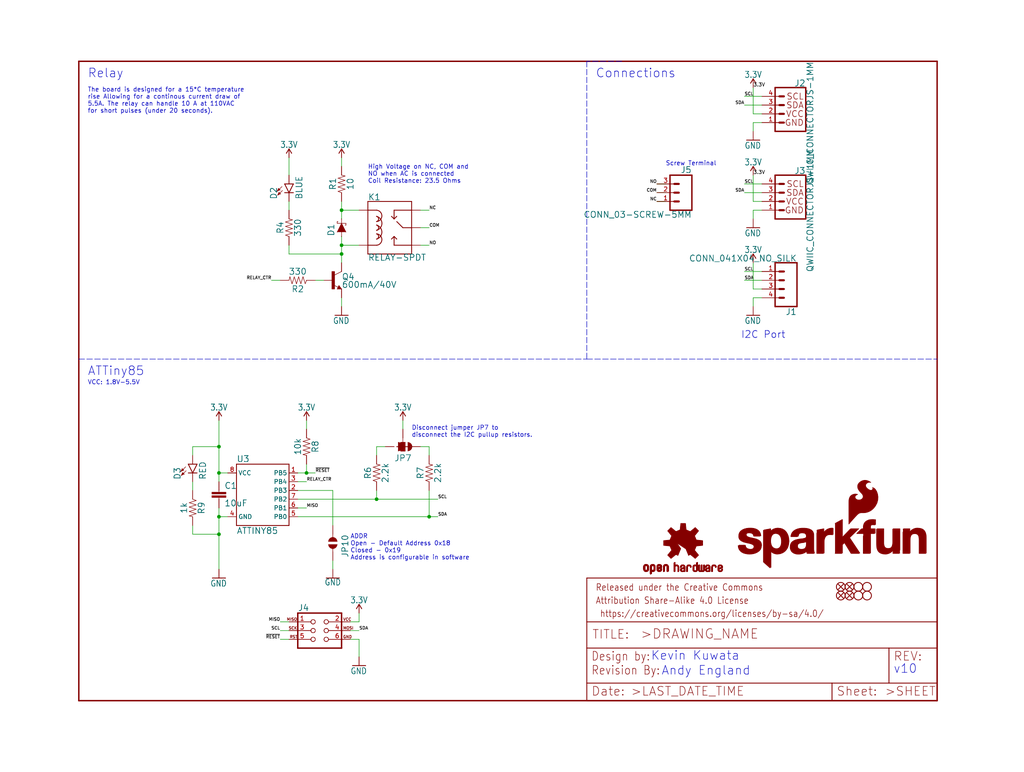
<source format=kicad_sch>
(kicad_sch (version 20211123) (generator eeschema)
  (paper "User" 297.002 223.926)
  (lib_symbols
    (symbol "schematicEagle-eagle-import:10KOHM-0603-1{slash}10W-1%"
      (property "Reference" "R" (at 0 1.524 0))
      (property "Value" "10KOHM-0603-1{slash}10W-1%" (at 0 -1.524 0))
      (symbol "10KOHM-0603-1{slash}10W-1%_1_0"
        (pin passive line (at -5.08 0 0) (length 2.54) (name "1") (number "1"))
        (pin passive line (at 5.08 0 180) (length 2.54) (name "2") (number "2"))
      )
    )
    (symbol "schematicEagle-eagle-import:10OHM-0603-1{slash}10W-5%"
      (property "Reference" "R" (at 0 1.524 0))
      (property "Value" "10OHM-0603-1{slash}10W-5%" (at 0 -1.524 0))
      (symbol "10OHM-0603-1{slash}10W-5%_1_0"
        (pin passive line (at -5.08 0 0) (length 2.54) (name "1") (number "1"))
        (pin passive line (at 5.08 0 180) (length 2.54) (name "2") (number "2"))
      )
    )
    (symbol "schematicEagle-eagle-import:10UF-0603-6.3V-20%"
      (property "Reference" "C" (at 1.524 2.921 0))
      (property "Value" "10UF-0603-6.3V-20%" (at 1.524 -2.159 0))
      (symbol "10UF-0603-6.3V-20%_1_0"
        (pin passive line (at 0 5.08 270) (length 2.54) (name "1") (number "1"))
        (pin passive line (at 0 -2.54 90) (length 2.54) (name "2") (number "2"))
      )
    )
    (symbol "schematicEagle-eagle-import:1KOHM-0603-1{slash}10W-1%"
      (property "Reference" "R" (at 0 1.524 0))
      (property "Value" "1KOHM-0603-1{slash}10W-1%" (at 0 -1.524 0))
      (symbol "1KOHM-0603-1{slash}10W-1%_1_0"
        (pin passive line (at -5.08 0 0) (length 2.54) (name "1") (number "1"))
        (pin passive line (at 5.08 0 180) (length 2.54) (name "2") (number "2"))
      )
    )
    (symbol "schematicEagle-eagle-import:2.2KOHM-0603-1{slash}10W-1%"
      (property "Reference" "R" (at 0 1.524 0))
      (property "Value" "2.2KOHM-0603-1{slash}10W-1%" (at 0 -1.524 0))
      (symbol "2.2KOHM-0603-1{slash}10W-1%_1_0"
        (pin passive line (at -5.08 0 0) (length 2.54) (name "1") (number "1"))
        (pin passive line (at 5.08 0 180) (length 2.54) (name "2") (number "2"))
      )
    )
    (symbol "schematicEagle-eagle-import:3.3V" (power)
      (property "Value" "3.3V" (at 0 2.794 0))
      (symbol "3.3V_1_0"
        (pin power_in line (at 0 0 90) (length 2.54) (name "3.3V") (number "1"))
      )
    )
    (symbol "schematicEagle-eagle-import:330OHM-0603-1{slash}10W-1%"
      (property "Reference" "R" (at 0 1.524 0))
      (property "Value" "330OHM-0603-1{slash}10W-1%" (at 0 -1.524 0))
      (symbol "330OHM-0603-1{slash}10W-1%_1_0"
        (pin passive line (at -5.08 0 0) (length 2.54) (name "1") (number "1"))
        (pin passive line (at 5.08 0 180) (length 2.54) (name "2") (number "2"))
      )
    )
    (symbol "schematicEagle-eagle-import:ATTINY85"
      (property "Reference" "U" (at -7.62 8.128 0))
      (property "Value" "ATTINY85" (at -7.62 -12.7 0))
      (symbol "ATTINY85_1_0"
        (pin bidirectional line (at 10.16 5.08 180) (length 2.54) (name "PB5") (number "1"))
        (pin bidirectional line (at 10.16 0 180) (length 2.54) (name "PB3") (number "2"))
        (pin bidirectional line (at 10.16 2.54 180) (length 2.54) (name "PB4") (number "3"))
        (pin bidirectional line (at -10.16 -7.62 0) (length 2.54) (name "GND") (number "4"))
        (pin bidirectional line (at 10.16 -7.62 180) (length 2.54) (name "PB0") (number "5"))
        (pin bidirectional line (at 10.16 -5.08 180) (length 2.54) (name "PB1") (number "6"))
        (pin bidirectional line (at 10.16 -2.54 180) (length 2.54) (name "PB2") (number "7"))
        (pin bidirectional line (at -10.16 5.08 0) (length 2.54) (name "VCC") (number "8"))
      )
    )
    (symbol "schematicEagle-eagle-import:AVR_SPI_PROG_3X2TESTPOINTS"
      (property "Reference" "J" (at -5.08 5.588 0))
      (property "Value" "AVR_SPI_PROG_3X2TESTPOINTS" (at -5.08 -7.366 0))
      (symbol "AVR_SPI_PROG_3X2TESTPOINTS_1_0"
        (text "GND" (at 8.001 -2.286 0) (effects (font (size 0.8128 0.8128)) (justify left bottom)))
        (text "MISO" (at -5.207 2.794 0) (effects (font (size 0.8128 0.8128)) (justify right bottom)))
        (text "MOSI" (at 8.001 0.254 0) (effects (font (size 0.8128 0.8128)) (justify left bottom)))
        (text "RST" (at -5.08 -2.286 0) (effects (font (size 0.8128 0.8128)) (justify right bottom)))
        (text "SCK" (at -5.207 0.254 0) (effects (font (size 0.8128 0.8128)) (justify right bottom)))
        (text "VCC" (at 8.001 2.794 0) (effects (font (size 0.8128 0.8128)) (justify left bottom)))
        (pin passive inverted (at -7.62 2.54 0) (length 7.62) (name "1") (number "1"))
        (pin passive inverted (at 10.16 2.54 180) (length 7.62) (name "2") (number "2"))
        (pin passive inverted (at -7.62 0 0) (length 7.62) (name "3") (number "3"))
        (pin passive inverted (at 10.16 0 180) (length 7.62) (name "4") (number "4"))
        (pin passive inverted (at -7.62 -2.54 0) (length 7.62) (name "5") (number "5"))
        (pin passive inverted (at 10.16 -2.54 180) (length 7.62) (name "6") (number "6"))
      )
    )
    (symbol "schematicEagle-eagle-import:CONN_03-SCREW-5MM"
      (property "Reference" "J" (at -2.54 5.588 0))
      (property "Value" "CONN_03-SCREW-5MM" (at -2.54 -7.366 0))
      (symbol "CONN_03-SCREW-5MM_1_0"
        (pin passive line (at 7.62 -2.54 180) (length 5.08) (name "1") (number "1"))
        (pin passive line (at 7.62 0 180) (length 5.08) (name "2") (number "2"))
        (pin passive line (at 7.62 2.54 180) (length 5.08) (name "3") (number "3"))
      )
    )
    (symbol "schematicEagle-eagle-import:CONN_041X04_NO_SILK"
      (property "Reference" "J" (at -5.08 8.128 0))
      (property "Value" "CONN_041X04_NO_SILK" (at -5.08 -7.366 0))
      (symbol "CONN_041X04_NO_SILK_1_0"
        (pin passive line (at 5.08 -2.54 180) (length 5.08) (name "1") (number "1"))
        (pin passive line (at 5.08 0 180) (length 5.08) (name "2") (number "2"))
        (pin passive line (at 5.08 2.54 180) (length 5.08) (name "3") (number "3"))
        (pin passive line (at 5.08 5.08 180) (length 5.08) (name "4") (number "4"))
      )
    )
    (symbol "schematicEagle-eagle-import:DIODE-SCHOTTKY-BAT20J"
      (property "Reference" "D" (at -2.54 2.032 0))
      (property "Value" "DIODE-SCHOTTKY-BAT20J" (at -2.54 -2.032 0))
      (symbol "DIODE-SCHOTTKY-BAT20J_1_0"
        (pin passive line (at -2.54 0 0) (length 0) (name "A") (number "A"))
        (pin passive line (at 2.54 0 180) (length 0) (name "C") (number "C"))
      )
    )
    (symbol "schematicEagle-eagle-import:FIDUCIALUFIDUCIAL")
    (symbol "schematicEagle-eagle-import:FRAME-LETTER"
      (symbol "FRAME-LETTER_2_0"
        (text " https://creativecommons.org/licenses/by-sa/4.0/" (at 2.54 24.13 0) (effects (font (size 1.9304 1.6408)) (justify left bottom)))
        (text ">DRAWING_NAME" (at 15.494 17.78 0) (effects (font (size 2.7432 2.7432)) (justify left bottom)))
        (text ">LAST_DATE_TIME" (at 12.7 1.27 0) (effects (font (size 2.54 2.54)) (justify left bottom)))
        (text ">SHEET" (at 86.36 1.27 0) (effects (font (size 2.54 2.54)) (justify left bottom)))
        (text "Attribution Share-Alike 4.0 License" (at 2.54 27.94 0) (effects (font (size 1.9304 1.6408)) (justify left bottom)))
        (text "Date:" (at 1.27 1.27 0) (effects (font (size 2.54 2.54)) (justify left bottom)))
        (text "Design by:" (at 1.27 11.43 0) (effects (font (size 2.54 2.159)) (justify left bottom)))
        (text "Released under the Creative Commons" (at 2.54 31.75 0) (effects (font (size 1.9304 1.6408)) (justify left bottom)))
        (text "REV:" (at 88.9 11.43 0) (effects (font (size 2.54 2.54)) (justify left bottom)))
        (text "Sheet:" (at 72.39 1.27 0) (effects (font (size 2.54 2.54)) (justify left bottom)))
        (text "TITLE:" (at 1.524 17.78 0) (effects (font (size 2.54 2.54)) (justify left bottom)))
      )
    )
    (symbol "schematicEagle-eagle-import:GND" (power)
      (property "Value" "GND" (at -2.54 -2.54 0))
      (symbol "GND_1_0"
        (pin power_in line (at 0 2.54 270) (length 2.54) (name "GND") (number "1"))
      )
    )
    (symbol "schematicEagle-eagle-import:JUMPER-SMT_2_NO_NO-SILK"
      (property "Reference" "JP" (at -2.54 2.54 0))
      (property "Value" "JUMPER-SMT_2_NO_NO-SILK" (at -2.54 -2.54 0))
      (symbol "JUMPER-SMT_2_NO_NO-SILK_1_0"
        (pin passive line (at -5.08 0 0) (length 2.54) (name "1") (number "1"))
        (pin passive line (at 5.08 0 180) (length 2.54) (name "2") (number "2"))
      )
    )
    (symbol "schematicEagle-eagle-import:JUMPER-SMT_3_2-NC_TRACE_NO-SILK"
      (property "Reference" "JP" (at 2.54 0.381 0))
      (property "Value" "JUMPER-SMT_3_2-NC_TRACE_NO-SILK" (at 2.54 -0.381 0))
      (symbol "JUMPER-SMT_3_2-NC_TRACE_NO-SILK_1_0"
        (pin passive line (at 0 5.08 270) (length 2.54) (name "1") (number "1"))
        (pin passive line (at -5.08 0 0) (length 2.54) (name "2") (number "2"))
        (pin passive line (at 0 -5.08 90) (length 2.54) (name "3") (number "3"))
      )
    )
    (symbol "schematicEagle-eagle-import:LED-BLUE0603"
      (property "Reference" "D" (at -3.429 -4.572 90))
      (property "Value" "LED-BLUE0603" (at 1.905 -4.572 90))
      (symbol "LED-BLUE0603_1_0"
        (pin passive line (at 0 2.54 270) (length 2.54) (name "A") (number "A"))
        (pin passive line (at 0 -5.08 90) (length 2.54) (name "C") (number "C"))
      )
    )
    (symbol "schematicEagle-eagle-import:LED-RED0603"
      (property "Reference" "D" (at -3.429 -4.572 90))
      (property "Value" "LED-RED0603" (at 1.905 -4.572 90))
      (symbol "LED-RED0603_1_0"
        (pin passive line (at 0 2.54 270) (length 2.54) (name "A") (number "A"))
        (pin passive line (at 0 -5.08 90) (length 2.54) (name "C") (number "C"))
      )
    )
    (symbol "schematicEagle-eagle-import:OSHW-LOGOMINI")
    (symbol "schematicEagle-eagle-import:QWIIC_CONNECTORJS-1MM"
      (property "Reference" "J" (at -5.08 7.874 0))
      (property "Value" "QWIIC_CONNECTORJS-1MM" (at -5.08 -5.334 0))
      (symbol "QWIIC_CONNECTORJS-1MM_1_0"
        (text "GND" (at -4.572 -2.54 0) (effects (font (size 1.778 1.778)) (justify left)))
        (text "SCL" (at -4.572 5.08 0) (effects (font (size 1.778 1.778)) (justify left)))
        (text "SDA" (at -4.572 2.54 0) (effects (font (size 1.778 1.778)) (justify left)))
        (text "VCC" (at -4.572 0 0) (effects (font (size 1.778 1.778)) (justify left)))
        (pin power_in line (at 7.62 -2.54 180) (length 5.08) (name "1") (number "1"))
        (pin power_in line (at 7.62 0 180) (length 5.08) (name "2") (number "2"))
        (pin passive line (at 7.62 2.54 180) (length 5.08) (name "3") (number "3"))
        (pin passive line (at 7.62 5.08 180) (length 5.08) (name "4") (number "4"))
      )
    )
    (symbol "schematicEagle-eagle-import:RELAY-SPDT"
      (property "Reference" "K" (at -7.62 7.874 0))
      (property "Value" "RELAY-SPDT" (at -7.62 -9.652 0))
      (symbol "RELAY-SPDT_1_0"
        (pin bidirectional line (at 7.62 0 180) (length 2.54) (name "MAIN") (number "1"))
        (pin bidirectional line (at -10.16 5.08 0) (length 2.54) (name "COIL1") (number "2"))
        (pin bidirectional line (at 7.62 -5.08 180) (length 2.54) (name "NO") (number "3"))
        (pin bidirectional line (at 7.62 5.08 180) (length 2.54) (name "NC") (number "4"))
        (pin bidirectional line (at -10.16 -5.08 0) (length 2.54) (name "COIL2") (number "5"))
      )
    )
    (symbol "schematicEagle-eagle-import:REVISION"
      (symbol "REVISION_1_0"
        (text "Revision By: " (at 0 0 0) (effects (font (size 2.54 2.159)) (justify left bottom)))
      )
    )
    (symbol "schematicEagle-eagle-import:SFE_LOGO_NAME.1_INCH")
    (symbol "schematicEagle-eagle-import:SFE_LOGO_NAME_FLAME.1_INCH")
    (symbol "schematicEagle-eagle-import:STAND-OFF")
    (symbol "schematicEagle-eagle-import:TRANS_NPN-MMBT2222AL"
      (property "Reference" "Q" (at 2.54 0 0))
      (property "Value" "TRANS_NPN-MMBT2222AL" (at 2.54 -2.286 0))
      (symbol "TRANS_NPN-MMBT2222AL_1_0"
        (pin passive line (at -2.54 0 0) (length 2.54) (name "B") (number "1"))
        (pin passive line (at 2.54 -5.08 90) (length 2.54) (name "E") (number "2"))
        (pin passive line (at 2.54 5.08 270) (length 2.54) (name "C") (number "3"))
      )
    )
    (symbol "schematicEagle-eagle-import:VCC" (power)
      (property "Value" "VCC" (at 0 2.794 0))
      (symbol "VCC_1_0"
        (pin power_in line (at 0 0 90) (length 2.54) (name "VCC") (number "1"))
      )
    )
  )
  (junction (at 88.9 137.16))
  (junction (at 63.5 137.16))
  (junction (at 63.5 129.54))
  (junction (at 63.5 149.86))
  (junction (at 109.22 144.78))
  (junction (at 99.06 71.12))
  (junction (at 99.06 60.96))
  (junction (at 124.46 149.86))
  (junction (at 63.5 154.94))
  (junction (at 99.06 73.66))
  (wire (pts (xy 99.06 71.12) (xy 99.06 68.58)))
  (wire (pts (xy 55.88 139.7) (xy 55.88 142.24)))
  (wire (pts (xy 218.44 60.96) (xy 218.44 63.5)))
  (wire (pts (xy 220.98 35.56) (xy 218.44 35.56)))
  (wire (pts (xy 218.44 58.42) (xy 220.98 58.42)))
  (wire (pts (xy 63.5 149.86) (xy 63.5 154.94)))
  (wire (pts (xy 83.82 182.88) (xy 81.28 182.88)))
  (wire (pts (xy 93.98 81.28) (xy 91.44 81.28)))
  (wire (pts (xy 63.5 147.32) (xy 63.5 149.86)))
  (wire (pts (xy 109.22 129.54) (xy 111.76 129.54)))
  (wire (pts (xy 86.36 137.16) (xy 88.9 137.16)))
  (polyline (pts (xy 180.34 17.78) (xy 170.18 17.78)))
  (wire (pts (xy 220.98 55.88) (xy 215.9 55.88)))
  (wire (pts (xy 86.36 144.78) (xy 109.22 144.78)))
  (wire (pts (xy 124.46 142.24) (xy 124.46 149.86)))
  (wire (pts (xy 218.44 76.2) (xy 218.44 83.82)))
  (wire (pts (xy 220.98 53.34) (xy 215.9 53.34)))
  (wire (pts (xy 193.04 58.42) (xy 190.5 58.42)))
  (wire (pts (xy 101.6 182.88) (xy 104.14 182.88)))
  (wire (pts (xy 104.14 185.42) (xy 104.14 190.5)))
  (wire (pts (xy 86.36 147.32) (xy 88.9 147.32)))
  (wire (pts (xy 83.82 58.42) (xy 83.82 60.96)))
  (wire (pts (xy 218.44 33.02) (xy 220.98 33.02)))
  (wire (pts (xy 83.82 180.34) (xy 81.28 180.34)))
  (wire (pts (xy 55.88 129.54) (xy 55.88 132.08)))
  (wire (pts (xy 88.9 134.62) (xy 88.9 137.16)))
  (wire (pts (xy 99.06 58.42) (xy 99.06 60.96)))
  (wire (pts (xy 66.04 137.16) (xy 63.5 137.16)))
  (wire (pts (xy 88.9 137.16) (xy 91.44 137.16)))
  (polyline (pts (xy 170.18 17.78) (xy 170.18 104.14)))
  (wire (pts (xy 99.06 60.96) (xy 104.14 60.96)))
  (wire (pts (xy 63.5 129.54) (xy 63.5 137.16)))
  (wire (pts (xy 63.5 121.92) (xy 63.5 129.54)))
  (wire (pts (xy 55.88 154.94) (xy 63.5 154.94)))
  (wire (pts (xy 99.06 86.36) (xy 99.06 88.9)))
  (wire (pts (xy 63.5 139.7) (xy 63.5 137.16)))
  (wire (pts (xy 218.44 35.56) (xy 218.44 38.1)))
  (wire (pts (xy 218.44 88.9) (xy 218.44 86.36)))
  (wire (pts (xy 78.74 81.28) (xy 81.28 81.28)))
  (wire (pts (xy 83.82 71.12) (xy 83.82 73.66)))
  (wire (pts (xy 104.14 71.12) (xy 99.06 71.12)))
  (wire (pts (xy 99.06 63.5) (xy 99.06 60.96)))
  (wire (pts (xy 86.36 149.86) (xy 124.46 149.86)))
  (wire (pts (xy 124.46 129.54) (xy 121.92 129.54)))
  (wire (pts (xy 55.88 129.54) (xy 63.5 129.54)))
  (wire (pts (xy 96.52 165.1) (xy 96.52 162.56)))
  (polyline (pts (xy 22.86 104.14) (xy 170.18 104.14)))
  (wire (pts (xy 121.92 71.12) (xy 124.46 71.12)))
  (wire (pts (xy 101.6 180.34) (xy 104.14 180.34)))
  (wire (pts (xy 220.98 81.28) (xy 215.9 81.28)))
  (wire (pts (xy 220.98 78.74) (xy 215.9 78.74)))
  (wire (pts (xy 99.06 73.66) (xy 99.06 76.2)))
  (wire (pts (xy 220.98 86.36) (xy 218.44 86.36)))
  (wire (pts (xy 83.82 73.66) (xy 99.06 73.66)))
  (wire (pts (xy 101.6 185.42) (xy 104.14 185.42)))
  (wire (pts (xy 86.36 142.24) (xy 96.52 142.24)))
  (wire (pts (xy 220.98 27.94) (xy 215.9 27.94)))
  (wire (pts (xy 109.22 142.24) (xy 109.22 144.78)))
  (wire (pts (xy 83.82 185.42) (xy 81.28 185.42)))
  (wire (pts (xy 66.04 149.86) (xy 63.5 149.86)))
  (wire (pts (xy 218.44 25.4) (xy 218.44 33.02)))
  (wire (pts (xy 96.52 142.24) (xy 96.52 152.4)))
  (wire (pts (xy 99.06 71.12) (xy 99.06 73.66)))
  (wire (pts (xy 218.44 50.8) (xy 218.44 58.42)))
  (wire (pts (xy 55.88 154.94) (xy 55.88 152.4)))
  (wire (pts (xy 116.84 121.92) (xy 116.84 124.46)))
  (wire (pts (xy 99.06 45.72) (xy 99.06 48.26)))
  (wire (pts (xy 109.22 144.78) (xy 127 144.78)))
  (wire (pts (xy 109.22 132.08) (xy 109.22 129.54)))
  (wire (pts (xy 193.04 53.34) (xy 190.5 53.34)))
  (wire (pts (xy 124.46 149.86) (xy 127 149.86)))
  (wire (pts (xy 86.36 139.7) (xy 88.9 139.7)))
  (wire (pts (xy 220.98 60.96) (xy 218.44 60.96)))
  (wire (pts (xy 63.5 154.94) (xy 63.5 165.1)))
  (wire (pts (xy 220.98 30.48) (xy 215.9 30.48)))
  (wire (pts (xy 121.92 66.04) (xy 124.46 66.04)))
  (wire (pts (xy 121.92 60.96) (xy 124.46 60.96)))
  (wire (pts (xy 88.9 121.92) (xy 88.9 124.46)))
  (wire (pts (xy 83.82 45.72) (xy 83.82 50.8)))
  (wire (pts (xy 220.98 83.82) (xy 218.44 83.82)))
  (wire (pts (xy 104.14 177.8) (xy 104.14 180.34)))
  (wire (pts (xy 124.46 132.08) (xy 124.46 129.54)))
  (wire (pts (xy 193.04 55.88) (xy 190.5 55.88)))
  (polyline (pts (xy 170.18 104.14) (xy 271.78 104.14)))
  (text "High Voltage on NC, COM and\nNO when AC is connected\nCoil Resistance: 23.5 Ohms" (at 106.68 53.34 0) (effects (font (size 1.27 1.27)) (justify left bottom)))
  (text "Relay" (at 25.4 22.86 180) (effects (font (size 2.54 2.54)) (justify left bottom)))
  (text "The board is designed for a 15*C temperature\nrise Allowing for a continous current draw of\n5.5A. The relay can handle 10 A at 110VAC\nfor short pulses (under 20 seconds)." (at 25.4 33.02 0) (effects (font (size 1.27 1.27)) (justify left bottom)))
  (text "I2C Port" (at 214.884 96.012 180) (effects (font (size 2.032 2.032)) (justify left top)))
  (text "ADDR\nOpen - Default Address 0x18\nClosed - 0x19\nAddress is configurable in software" (at 101.6 162.56 0) (effects (font (size 1.27 1.27)) (justify left bottom)))
  (text "Connections" (at 172.72 22.86 180) (effects (font (size 2.54 2.54)) (justify left bottom)))
  (text "Disconnect jumper JP7 to\ndisconnect the I2C pullup resistors." (at 119.38 127 0) (effects (font (size 1.27 1.27)) (justify left bottom)))
  (text "Screw Terminal" (at 193.04 48.26 180) (effects (font (size 1.27 1.27)) (justify left bottom)))
  (text "v10" (at 259.08 195.58 180) (effects (font (size 2.54 2.54)) (justify left bottom)))
  (text "Andy England" (at 191.77 196.088 180) (effects (font (size 2.54 2.54)) (justify left bottom)))
  (text "Kevin Kuwata" (at 188.722 191.77 180) (effects (font (size 2.54 2.54)) (justify left bottom)))
  (text "ATTiny85" (at 25.4 109.22 180) (effects (font (size 2.54 2.54)) (justify left bottom)))
  (text "VCC: 1.8V-5.5V" (at 25.4 111.76 180) (effects (font (size 1.27 1.27)) (justify left bottom)))
  (label "NO" (at 190.5 53.34 180) (effects (font (size 0.889 0.889))))
  (label "MISO" (at 81.28 180.34 180) (effects (font (size 0.889 0.889))))
  (label "3.3V" (at 218.44 25.4 0) (effects (font (size 1.016 1.016))))
  (label "SCL" (at 215.9 27.94 0) (effects (font (size 0.889 0.889))))
  (label "SCL" (at 81.28 182.88 180) (effects (font (size 0.889 0.889))))
  (label "SCL" (at 215.9 78.74 0) (effects (font (size 0.889 0.889))))
  (label "~{RESET}" (at 81.28 185.42 180) (effects (font (size 0.889 0.889))))
  (label "NC" (at 124.46 60.96 0) (effects (font (size 0.889 0.889))))
  (label "COM" (at 124.46 66.04 0) (effects (font (size 0.889 0.889))))
  (label "SDA" (at 215.9 30.48 180) (effects (font (size 0.889 0.889))))
  (label "SDA" (at 104.14 182.88 0) (effects (font (size 0.889 0.889))))
  (label "3.3V" (at 218.44 50.8 0) (effects (font (size 1.016 1.016))))
  (label "SDA" (at 127 149.86 0) (effects (font (size 0.889 0.889))))
  (label "NO" (at 124.46 71.12 0) (effects (font (size 0.889 0.889))))
  (label "RELAY_CTR" (at 78.74 81.28 180) (effects (font (size 0.889 0.889))))
  (label "RELAY_CTR" (at 88.9 139.7 0) (effects (font (size 0.889 0.889))))
  (label "SCL" (at 127 144.78 0) (effects (font (size 0.889 0.889))))
  (label "COM" (at 190.5 55.88 180) (effects (font (size 0.889 0.889))))
  (label "SDA" (at 215.9 55.88 180) (effects (font (size 0.889 0.889))))
  (label "~{RESET}" (at 91.44 137.16 0) (effects (font (size 0.889 0.889))))
  (label "MISO" (at 88.9 147.32 0) (effects (font (size 0.889 0.889))))
  (label "SCL" (at 215.9 53.34 0) (effects (font (size 0.889 0.889))))
  (label "NC" (at 190.5 58.42 180) (effects (font (size 0.889 0.889))))
  (label "SDA" (at 215.9 81.28 0) (effects (font (size 0.889 0.889))))
  (symbol (lib_id "schematicEagle-eagle-import:RELAY-SPDT") (at 114.3 66.04 0) (unit 1)
    (property "Reference" "K1" (at 106.68 58.166 0) (effects (font (size 1.778 1.778)) (justify left bottom)))
    (property "Value" "RELAY-SPDT" (at 106.68 75.692 0) (effects (font (size 1.778 1.778)) (justify left bottom)))
    (property "Footprint" "schematicEagle:RELAY_G5LE" (effects hide))
  )
  (symbol (lib_id "schematicEagle-eagle-import:3.3V") (at 99.06 45.72 0) (unit 1)
    (property "Reference" "#SUPPLY1" (effects hide))
    (property "Value" "3.3V" (at 99.06 42.926 0) (effects (font (size 1.778 1.5113)) (justify bottom)))
    (property "Footprint" "schematicEagle:" (effects hide))
  )
  (symbol (lib_id "schematicEagle-eagle-import:CONN_03-SCREW-5MM") (at 198.12 55.88 0) (mirror y) (unit 1)
    (property "Reference" "J5" (at 200.66 50.292 0) (effects (font (size 1.778 1.778)) (justify left bottom)))
    (property "Value" "CONN_03-SCREW-5MM" (at 200.66 63.246 0) (effects (font (size 1.778 1.778)) (justify left bottom)))
    (property "Footprint" "schematicEagle:SCREWTERMINAL-5MM-3" (effects hide))
  )
  (symbol (lib_id "schematicEagle-eagle-import:JUMPER-SMT_3_2-NC_TRACE_NO-SILK") (at 116.84 129.54 270) (unit 1)
    (property "Reference" "JP7" (at 114.3 133.858 90) (effects (font (size 1.778 1.778)) (justify left bottom)))
    (property "Value" "JUMPER-SMT_3_2-NC_TRACE_NO-SILK" (effects hide))
    (property "Footprint" "schematicEagle:SMT-JUMPER_3_2-NC_TRACE_NO-SILK" (effects hide))
  )
  (symbol (lib_id "schematicEagle-eagle-import:LED-RED0603") (at 55.88 134.62 0) (unit 1)
    (property "Reference" "D3" (at 52.451 139.192 90) (effects (font (size 1.778 1.778)) (justify left bottom)))
    (property "Value" "RED" (at 57.785 139.192 90) (effects (font (size 1.778 1.778)) (justify left top)))
    (property "Footprint" "schematicEagle:LED-0603" (effects hide))
  )
  (symbol (lib_id "schematicEagle-eagle-import:FIDUCIALUFIDUCIAL") (at 246.38 170.18 0) (unit 1)
    (property "Reference" "JP6" (effects hide))
    (property "Value" "FIDUCIALUFIDUCIAL" (effects hide))
    (property "Footprint" "schematicEagle:MICRO-FIDUCIAL" (effects hide))
  )
  (symbol (lib_id "schematicEagle-eagle-import:OSHW-LOGOMINI") (at 198.12 157.48 0) (unit 1)
    (property "Reference" "LOGO1" (effects hide))
    (property "Value" "OSHW-LOGOMINI" (effects hide))
    (property "Footprint" "schematicEagle:OSHW-LOGO-MINI" (effects hide))
  )
  (symbol (lib_id "schematicEagle-eagle-import:AVR_SPI_PROG_3X2TESTPOINTS") (at 91.44 182.88 0) (unit 1)
    (property "Reference" "J4" (at 86.36 177.292 0) (effects (font (size 1.778 1.778)) (justify left bottom)))
    (property "Value" "AVR_SPI_PROG_3X2TESTPOINTS" (effects hide))
    (property "Footprint" "schematicEagle:2X3_TEST_POINTS" (effects hide))
  )
  (symbol (lib_id "schematicEagle-eagle-import:FIDUCIALUFIDUCIAL") (at 243.84 172.72 0) (unit 1)
    (property "Reference" "JP8" (effects hide))
    (property "Value" "FIDUCIALUFIDUCIAL" (effects hide))
    (property "Footprint" "schematicEagle:MICRO-FIDUCIAL" (effects hide))
  )
  (symbol (lib_id "schematicEagle-eagle-import:SFE_LOGO_NAME_FLAME.1_INCH") (at 213.36 165.1 0) (unit 1)
    (property "Reference" "U$4" (effects hide))
    (property "Value" "SFE_LOGO_NAME_FLAME.1_INCH" (effects hide))
    (property "Footprint" "schematicEagle:SFE_LOGO_NAME_FLAME_.1" (effects hide))
  )
  (symbol (lib_id "schematicEagle-eagle-import:GND") (at 218.44 91.44 0) (unit 1)
    (property "Reference" "#GND8" (effects hide))
    (property "Value" "GND" (at 215.9 93.98 0) (effects (font (size 1.778 1.5113)) (justify left bottom)))
    (property "Footprint" "schematicEagle:" (effects hide))
  )
  (symbol (lib_id "schematicEagle-eagle-import:FIDUCIALUFIDUCIAL") (at 243.84 170.18 0) (unit 1)
    (property "Reference" "JP2" (effects hide))
    (property "Value" "FIDUCIALUFIDUCIAL" (effects hide))
    (property "Footprint" "schematicEagle:MICRO-FIDUCIAL" (effects hide))
  )
  (symbol (lib_id "schematicEagle-eagle-import:REVISION") (at 171.45 195.834 0) (unit 1)
    (property "Reference" "LOGO2" (effects hide))
    (property "Value" "REVISION" (effects hide))
    (property "Footprint" "schematicEagle:REVISION" (effects hide))
  )
  (symbol (lib_id "schematicEagle-eagle-import:TRANS_NPN-MMBT2222AL") (at 96.52 81.28 0) (unit 1)
    (property "Reference" "Q4" (at 99.06 81.28 0) (effects (font (size 1.778 1.778)) (justify left bottom)))
    (property "Value" "600mA/40V" (at 99.06 83.566 0) (effects (font (size 1.778 1.778)) (justify left bottom)))
    (property "Footprint" "schematicEagle:SOT23-3" (effects hide))
  )
  (symbol (lib_id "schematicEagle-eagle-import:QWIIC_CONNECTORJS-1MM") (at 228.6 58.42 0) (mirror y) (unit 1)
    (property "Reference" "J3" (at 233.68 50.546 0) (effects (font (size 1.778 1.778)) (justify left bottom)))
    (property "Value" "QWIIC_CONNECTORJS-1MM" (at 233.934 43.18 90) (effects (font (size 1.778 1.778)) (justify right bottom)))
    (property "Footprint" "schematicEagle:1X04_1MM_RA" (effects hide))
  )
  (symbol (lib_id "schematicEagle-eagle-import:VCC") (at 218.44 25.4 0) (unit 1)
    (property "Reference" "#SUPPLY6" (effects hide))
    (property "Value" "3.3V" (at 218.44 22.606 0) (effects (font (size 1.778 1.5113)) (justify bottom)))
    (property "Footprint" "schematicEagle:" (effects hide))
  )
  (symbol (lib_id "schematicEagle-eagle-import:1KOHM-0603-1{slash}10W-1%") (at 55.88 147.32 270) (unit 1)
    (property "Reference" "R9" (at 57.404 147.32 0) (effects (font (size 1.778 1.778)) (justify bottom)))
    (property "Value" "1k" (at 54.356 147.32 0) (effects (font (size 1.778 1.778)) (justify top)))
    (property "Footprint" "schematicEagle:0603" (effects hide))
  )
  (symbol (lib_id "schematicEagle-eagle-import:STAND-OFF") (at 248.92 170.18 0) (unit 1)
    (property "Reference" "JP3" (effects hide))
    (property "Value" "STAND-OFF" (effects hide))
    (property "Footprint" "schematicEagle:STAND-OFF" (effects hide))
  )
  (symbol (lib_id "schematicEagle-eagle-import:VCC") (at 218.44 50.8 0) (unit 1)
    (property "Reference" "#SUPPLY7" (effects hide))
    (property "Value" "3.3V" (at 218.44 48.006 0) (effects (font (size 1.778 1.5113)) (justify bottom)))
    (property "Footprint" "schematicEagle:" (effects hide))
  )
  (symbol (lib_id "schematicEagle-eagle-import:FRAME-LETTER") (at 22.86 203.2 0) (unit 1)
    (property "Reference" "FRAME1" (effects hide))
    (property "Value" "FRAME-LETTER" (effects hide))
    (property "Footprint" "schematicEagle:CREATIVE_COMMONS" (effects hide))
  )
  (symbol (lib_id "schematicEagle-eagle-import:3.3V") (at 88.9 121.92 0) (unit 1)
    (property "Reference" "#SUPPLY10" (effects hide))
    (property "Value" "3.3V" (at 88.9 119.126 0) (effects (font (size 1.778 1.5113)) (justify bottom)))
    (property "Footprint" "schematicEagle:" (effects hide))
  )
  (symbol (lib_id "schematicEagle-eagle-import:QWIIC_CONNECTORJS-1MM") (at 228.6 33.02 0) (mirror y) (unit 1)
    (property "Reference" "J2" (at 233.68 25.146 0) (effects (font (size 1.778 1.778)) (justify left bottom)))
    (property "Value" "QWIIC_CONNECTORJS-1MM" (at 233.934 17.78 90) (effects (font (size 1.778 1.778)) (justify right bottom)))
    (property "Footprint" "schematicEagle:1X04_1MM_RA" (effects hide))
  )
  (symbol (lib_id "schematicEagle-eagle-import:3.3V") (at 63.5 121.92 0) (unit 1)
    (property "Reference" "#SUPPLY4" (effects hide))
    (property "Value" "3.3V" (at 63.5 119.126 0) (effects (font (size 1.778 1.5113)) (justify bottom)))
    (property "Footprint" "schematicEagle:" (effects hide))
  )
  (symbol (lib_id "schematicEagle-eagle-import:GND") (at 104.14 193.04 0) (unit 1)
    (property "Reference" "#GND2" (effects hide))
    (property "Value" "GND" (at 101.6 195.58 0) (effects (font (size 1.778 1.5113)) (justify left bottom)))
    (property "Footprint" "schematicEagle:" (effects hide))
  )
  (symbol (lib_id "schematicEagle-eagle-import:10OHM-0603-1{slash}10W-5%") (at 99.06 53.34 90) (unit 1)
    (property "Reference" "R1" (at 97.536 53.34 0) (effects (font (size 1.778 1.778)) (justify bottom)))
    (property "Value" "10" (at 100.584 53.34 0) (effects (font (size 1.778 1.778)) (justify top)))
    (property "Footprint" "schematicEagle:0603" (effects hide))
  )
  (symbol (lib_id "schematicEagle-eagle-import:10UF-0603-6.3V-20%") (at 63.5 144.78 0) (unit 1)
    (property "Reference" "C1" (at 65.024 141.859 0) (effects (font (size 1.778 1.778)) (justify left bottom)))
    (property "Value" "10uF" (at 65.024 146.939 0) (effects (font (size 1.778 1.778)) (justify left bottom)))
    (property "Footprint" "schematicEagle:0603" (effects hide))
  )
  (symbol (lib_id "schematicEagle-eagle-import:3.3V") (at 116.84 121.92 0) (unit 1)
    (property "Reference" "#SUPPLY9" (effects hide))
    (property "Value" "3.3V" (at 116.84 119.126 0) (effects (font (size 1.778 1.5113)) (justify bottom)))
    (property "Footprint" "schematicEagle:" (effects hide))
  )
  (symbol (lib_id "schematicEagle-eagle-import:JUMPER-SMT_2_NO_NO-SILK") (at 96.52 157.48 270) (unit 1)
    (property "Reference" "JP10" (at 99.06 154.94 0) (effects (font (size 1.778 1.778)) (justify left bottom)))
    (property "Value" "JUMPER-SMT_2_NO_NO-SILK" (effects hide))
    (property "Footprint" "schematicEagle:SMT-JUMPER_2_NO_NO-SILK" (effects hide))
  )
  (symbol (lib_id "schematicEagle-eagle-import:3.3V") (at 104.14 177.8 0) (unit 1)
    (property "Reference" "#SUPPLY8" (effects hide))
    (property "Value" "3.3V" (at 104.14 175.006 0) (effects (font (size 1.778 1.5113)) (justify bottom)))
    (property "Footprint" "schematicEagle:" (effects hide))
  )
  (symbol (lib_id "schematicEagle-eagle-import:3.3V") (at 83.82 45.72 0) (unit 1)
    (property "Reference" "#SUPPLY2" (effects hide))
    (property "Value" "3.3V" (at 83.82 42.926 0) (effects (font (size 1.778 1.5113)) (justify bottom)))
    (property "Footprint" "schematicEagle:" (effects hide))
  )
  (symbol (lib_id "schematicEagle-eagle-import:LED-BLUE0603") (at 83.82 53.34 0) (unit 1)
    (property "Reference" "D2" (at 80.391 57.912 90) (effects (font (size 1.778 1.778)) (justify left bottom)))
    (property "Value" "BLUE" (at 85.725 57.912 90) (effects (font (size 1.778 1.778)) (justify left top)))
    (property "Footprint" "schematicEagle:LED-0603" (effects hide))
  )
  (symbol (lib_id "schematicEagle-eagle-import:FIDUCIALUFIDUCIAL") (at 246.38 172.72 0) (unit 1)
    (property "Reference" "JP9" (effects hide))
    (property "Value" "FIDUCIALUFIDUCIAL" (effects hide))
    (property "Footprint" "schematicEagle:MICRO-FIDUCIAL" (effects hide))
  )
  (symbol (lib_id "schematicEagle-eagle-import:GND") (at 218.44 40.64 0) (unit 1)
    (property "Reference" "#GND4" (effects hide))
    (property "Value" "GND" (at 215.9 43.18 0) (effects (font (size 1.778 1.5113)) (justify left bottom)))
    (property "Footprint" "schematicEagle:" (effects hide))
  )
  (symbol (lib_id "schematicEagle-eagle-import:FRAME-LETTER") (at 170.18 203.2 0) (unit 2)
    (property "Reference" "FRAME1" (effects hide))
    (property "Value" "FRAME-LETTER" (effects hide))
    (property "Footprint" "schematicEagle:CREATIVE_COMMONS" (effects hide))
  )
  (symbol (lib_id "schematicEagle-eagle-import:3.3V") (at 218.44 76.2 0) (unit 1)
    (property "Reference" "#SUPPLY12" (effects hide))
    (property "Value" "3.3V" (at 218.44 73.406 0) (effects (font (size 1.778 1.5113)) (justify bottom)))
    (property "Footprint" "schematicEagle:" (effects hide))
  )
  (symbol (lib_id "schematicEagle-eagle-import:330OHM-0603-1{slash}10W-1%") (at 86.36 81.28 180) (unit 1)
    (property "Reference" "R2" (at 86.36 82.804 0) (effects (font (size 1.778 1.778)) (justify bottom)))
    (property "Value" "330" (at 86.36 79.756 0) (effects (font (size 1.778 1.778)) (justify top)))
    (property "Footprint" "schematicEagle:0603" (effects hide))
  )
  (symbol (lib_id "schematicEagle-eagle-import:SFE_LOGO_NAME.1_INCH") (at 212.344 164.592 0) (unit 1)
    (property "Reference" "U$3" (effects hide))
    (property "Value" "SFE_LOGO_NAME.1_INCH" (effects hide))
    (property "Footprint" "schematicEagle:SFE_LOGO_NAME_.1" (effects hide))
  )
  (symbol (lib_id "schematicEagle-eagle-import:10KOHM-0603-1{slash}10W-1%") (at 88.9 129.54 270) (unit 1)
    (property "Reference" "R8" (at 90.424 129.54 0) (effects (font (size 1.778 1.778)) (justify bottom)))
    (property "Value" "10k" (at 87.376 129.54 0) (effects (font (size 1.778 1.778)) (justify top)))
    (property "Footprint" "schematicEagle:0603" (effects hide))
  )
  (symbol (lib_id "schematicEagle-eagle-import:GND") (at 96.52 167.64 0) (unit 1)
    (property "Reference" "#GND9" (effects hide))
    (property "Value" "GND" (at 96.52 167.894 0) (effects (font (size 1.778 1.5113)) (justify top)))
    (property "Footprint" "schematicEagle:" (effects hide))
  )
  (symbol (lib_id "schematicEagle-eagle-import:GND") (at 218.44 66.04 0) (unit 1)
    (property "Reference" "#GND6" (effects hide))
    (property "Value" "GND" (at 215.9 68.58 0) (effects (font (size 1.778 1.5113)) (justify left bottom)))
    (property "Footprint" "schematicEagle:" (effects hide))
  )
  (symbol (lib_id "schematicEagle-eagle-import:2.2KOHM-0603-1{slash}10W-1%") (at 109.22 137.16 90) (unit 1)
    (property "Reference" "R6" (at 107.696 137.16 0) (effects (font (size 1.778 1.778)) (justify bottom)))
    (property "Value" "2.2k" (at 110.744 137.16 0) (effects (font (size 1.778 1.778)) (justify top)))
    (property "Footprint" "schematicEagle:0603" (effects hide))
  )
  (symbol (lib_id "schematicEagle-eagle-import:CONN_041X04_NO_SILK") (at 226.06 81.28 180) (unit 1)
    (property "Reference" "J1" (at 231.14 89.408 0) (effects (font (size 1.778 1.778)) (justify left bottom)))
    (property "Value" "CONN_041X04_NO_SILK" (at 231.14 73.914 0) (effects (font (size 1.778 1.778)) (justify left bottom)))
    (property "Footprint" "schematicEagle:1X04_NO_SILK" (effects hide))
  )
  (symbol (lib_id "schematicEagle-eagle-import:STAND-OFF") (at 251.46 172.72 0) (unit 1)
    (property "Reference" "JP5" (effects hide))
    (property "Value" "STAND-OFF" (effects hide))
    (property "Footprint" "schematicEagle:STAND-OFF" (effects hide))
  )
  (symbol (lib_id "schematicEagle-eagle-import:330OHM-0603-1{slash}10W-1%") (at 83.82 66.04 90) (unit 1)
    (property "Reference" "R4" (at 82.296 66.04 0) (effects (font (size 1.778 1.778)) (justify bottom)))
    (property "Value" "330" (at 85.344 66.04 0) (effects (font (size 1.778 1.778)) (justify top)))
    (property "Footprint" "schematicEagle:0603" (effects hide))
  )
  (symbol (lib_id "schematicEagle-eagle-import:STAND-OFF") (at 248.92 172.72 0) (unit 1)
    (property "Reference" "JP4" (effects hide))
    (property "Value" "STAND-OFF" (effects hide))
    (property "Footprint" "schematicEagle:STAND-OFF" (effects hide))
  )
  (symbol (lib_id "schematicEagle-eagle-import:STAND-OFF") (at 251.46 170.18 0) (unit 1)
    (property "Reference" "JP1" (effects hide))
    (property "Value" "STAND-OFF" (effects hide))
    (property "Footprint" "schematicEagle:STAND-OFF" (effects hide))
  )
  (symbol (lib_id "schematicEagle-eagle-import:2.2KOHM-0603-1{slash}10W-1%") (at 124.46 137.16 90) (unit 1)
    (property "Reference" "R7" (at 122.936 137.16 0) (effects (font (size 1.778 1.778)) (justify bottom)))
    (property "Value" "2.2k" (at 125.984 137.16 0) (effects (font (size 1.778 1.778)) (justify top)))
    (property "Footprint" "schematicEagle:0603" (effects hide))
  )
  (symbol (lib_id "schematicEagle-eagle-import:GND") (at 63.5 167.64 0) (unit 1)
    (property "Reference" "#GND3" (effects hide))
    (property "Value" "GND" (at 60.96 170.18 0) (effects (font (size 1.778 1.5113)) (justify left bottom)))
    (property "Footprint" "schematicEagle:" (effects hide))
  )
  (symbol (lib_id "schematicEagle-eagle-import:DIODE-SCHOTTKY-BAT20J") (at 99.06 66.04 90) (unit 1)
    (property "Reference" "D1" (at 97.028 68.58 0) (effects (font (size 1.778 1.778)) (justify left bottom)))
    (property "Value" "1A/23V/620mV" (effects hide))
    (property "Footprint" "schematicEagle:SOD-323" (effects hide))
  )
  (symbol (lib_id "schematicEagle-eagle-import:ATTINY85") (at 76.2 142.24 0) (unit 1)
    (property "Reference" "U3" (at 68.58 134.112 0) (effects (font (size 1.778 1.778)) (justify left bottom)))
    (property "Value" "ATTINY85" (at 68.58 154.94 0) (effects (font (size 1.778 1.778)) (justify left bottom)))
    (property "Footprint" "schematicEagle:ATTINY85" (effects hide))
  )
  (symbol (lib_id "schematicEagle-eagle-import:GND") (at 99.06 91.44 0) (unit 1)
    (property "Reference" "#GND1" (effects hide))
    (property "Value" "GND" (at 96.52 93.98 0) (effects (font (size 1.778 1.5113)) (justify left bottom)))
    (property "Footprint" "schematicEagle:" (effects hide))
  )
)
</source>
